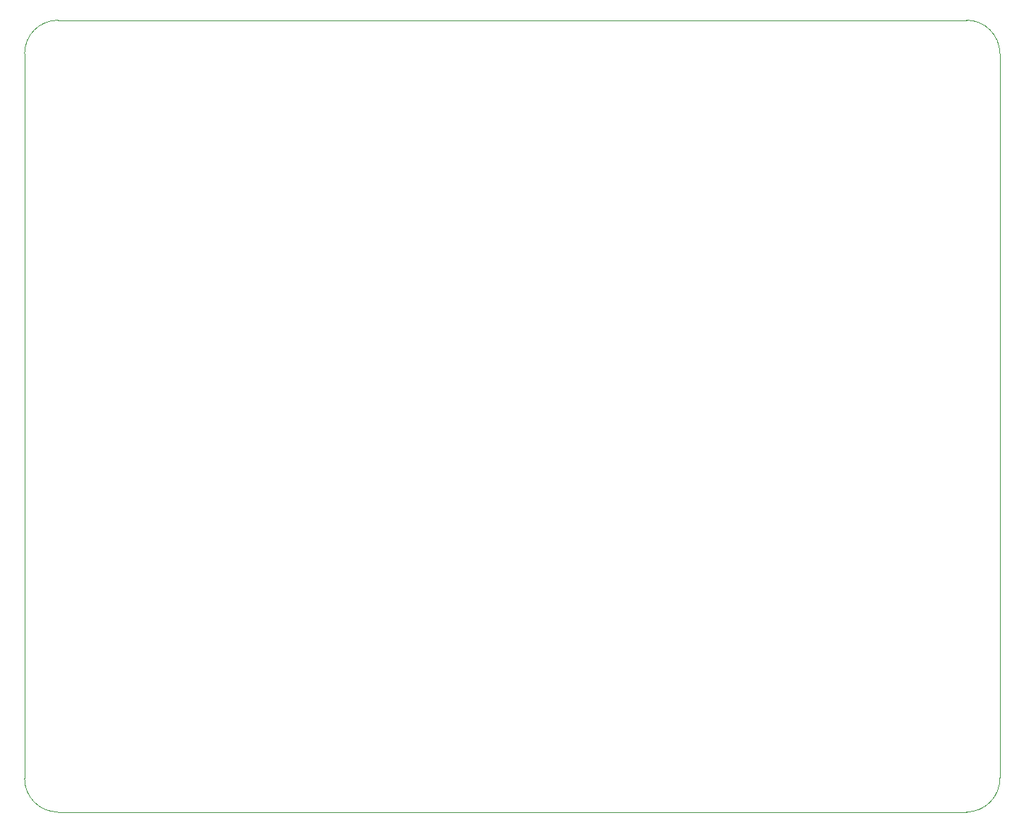
<source format=gm1>
G04 #@! TF.GenerationSoftware,KiCad,Pcbnew,(6.0.8)*
G04 #@! TF.CreationDate,2023-01-21T21:03:47+01:00*
G04 #@! TF.ProjectId,HB-UNI-SEN-POOL_2023_05,48422d55-4e49-42d5-9345-4e2d504f4f4c,rev?*
G04 #@! TF.SameCoordinates,Original*
G04 #@! TF.FileFunction,Profile,NP*
%FSLAX46Y46*%
G04 Gerber Fmt 4.6, Leading zero omitted, Abs format (unit mm)*
G04 Created by KiCad (PCBNEW (6.0.8)) date 2023-01-21 21:03:47*
%MOMM*%
%LPD*%
G01*
G04 APERTURE LIST*
G04 #@! TA.AperFunction,Profile*
%ADD10C,0.050000*%
G04 #@! TD*
G04 APERTURE END LIST*
D10*
X52895000Y-36146300D02*
G75*
G03*
X48895000Y-40146300I0J-4000000D01*
G01*
X52895000Y-131146300D02*
X161895001Y-131147427D01*
X161895000Y-36146300D02*
X52895000Y-36146300D01*
X165895000Y-127051300D02*
X165895000Y-40146300D01*
X165895000Y-40146300D02*
G75*
G03*
X161895000Y-36146300I-4000000J0D01*
G01*
X48895000Y-40146300D02*
X48895000Y-127146300D01*
X48895000Y-127146300D02*
G75*
G03*
X52895000Y-131146300I4000000J0D01*
G01*
X161895001Y-131147428D02*
G75*
G03*
X165895000Y-127051300I-1J4001128D01*
G01*
M02*

</source>
